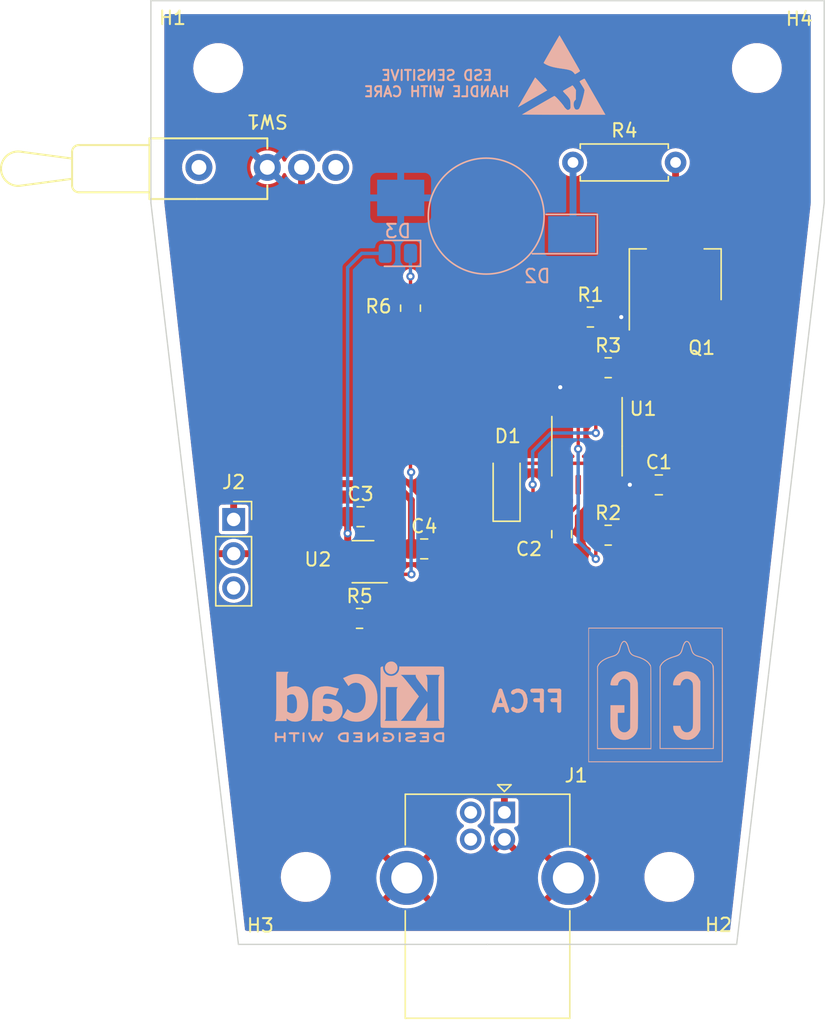
<source format=kicad_pcb>
(kicad_pcb (version 20211014) (generator pcbnew)

  (general
    (thickness 1.6)
  )

  (paper "A4")
  (layers
    (0 "F.Cu" signal)
    (31 "B.Cu" signal)
    (32 "B.Adhes" user "B.Adhesive")
    (33 "F.Adhes" user "F.Adhesive")
    (34 "B.Paste" user)
    (35 "F.Paste" user)
    (36 "B.SilkS" user "B.Silkscreen")
    (37 "F.SilkS" user "F.Silkscreen")
    (38 "B.Mask" user)
    (39 "F.Mask" user)
    (40 "Dwgs.User" user "User.Drawings")
    (41 "Cmts.User" user "User.Comments")
    (42 "Eco1.User" user "User.Eco1")
    (43 "Eco2.User" user "User.Eco2")
    (44 "Edge.Cuts" user)
    (45 "Margin" user)
    (46 "B.CrtYd" user "B.Courtyard")
    (47 "F.CrtYd" user "F.Courtyard")
    (48 "B.Fab" user)
    (49 "F.Fab" user)
    (50 "User.1" user)
    (51 "User.2" user)
    (52 "User.3" user)
    (53 "User.4" user)
    (54 "User.5" user)
    (55 "User.6" user)
    (56 "User.7" user)
    (57 "User.8" user)
    (58 "User.9" user)
  )

  (setup
    (stackup
      (layer "F.SilkS" (type "Top Silk Screen") (color "Black") (material "Direct Printing"))
      (layer "F.Paste" (type "Top Solder Paste"))
      (layer "F.Mask" (type "Top Solder Mask") (color "White") (thickness 0.01) (material "Epoxy") (epsilon_r 3.3) (loss_tangent 0))
      (layer "F.Cu" (type "copper") (thickness 0.035))
      (layer "dielectric 1" (type "core") (thickness 1.51) (material "FR4") (epsilon_r 4.5) (loss_tangent 0.02))
      (layer "B.Cu" (type "copper") (thickness 0.035))
      (layer "B.Mask" (type "Bottom Solder Mask") (color "White") (thickness 0.01) (material "Epoxy") (epsilon_r 3.3) (loss_tangent 0))
      (layer "B.Paste" (type "Bottom Solder Paste"))
      (layer "B.SilkS" (type "Bottom Silk Screen") (color "Black") (material "Direct Printing"))
      (copper_finish "None")
      (dielectric_constraints no)
    )
    (pad_to_mask_clearance 0)
    (pcbplotparams
      (layerselection 0x00010fc_ffffffff)
      (disableapertmacros false)
      (usegerberextensions false)
      (usegerberattributes true)
      (usegerberadvancedattributes true)
      (creategerberjobfile true)
      (svguseinch false)
      (svgprecision 6)
      (excludeedgelayer true)
      (plotframeref false)
      (viasonmask false)
      (mode 1)
      (useauxorigin false)
      (hpglpennumber 1)
      (hpglpenspeed 20)
      (hpglpendiameter 15.000000)
      (dxfpolygonmode true)
      (dxfimperialunits true)
      (dxfusepcbnewfont true)
      (psnegative false)
      (psa4output false)
      (plotreference true)
      (plotvalue true)
      (plotinvisibletext false)
      (sketchpadsonfab false)
      (subtractmaskfromsilk false)
      (outputformat 1)
      (mirror false)
      (drillshape 0)
      (scaleselection 1)
      (outputdirectory "gerber/")
    )
  )

  (net 0 "")
  (net 1 "+BATT")
  (net 2 "GND")
  (net 3 "THR")
  (net 4 "Net-(C3-Pad1)")
  (net 5 "Net-(C4-Pad1)")
  (net 6 "Net-(D2-Pad1)")
  (net 7 "Net-(D3-Pad1)")
  (net 8 "unconnected-(J1-Pad2)")
  (net 9 "unconnected-(J1-Pad3)")
  (net 10 "unconnected-(J2-Pad3)")
  (net 11 "Net-(Q1-Pad1)")
  (net 12 "Net-(Q1-Pad2)")
  (net 13 "Net-(R2-Pad1)")
  (net 14 "Net-(R5-Pad1)")
  (net 15 "Net-(R6-Pad2)")
  (net 16 "unconnected-(U1-Pad2)")
  (net 17 "unconnected-(U1-Pad4)")
  (net 18 "unconnected-(U1-Pad6)")
  (net 19 "unconnected-(U1-Pad8)")
  (net 20 "unconnected-(U1-Pad9)")
  (net 21 "unconnected-(U1-Pad11)")
  (net 22 "unconnected-(U1-Pad13)")
  (net 23 "Net-(D1-Pad2)")
  (net 24 "unconnected-(SW1-Pad1)")

  (footprint "Resistor_THT:R_Axial_DIN0207_L6.3mm_D2.5mm_P7.62mm_Horizontal" (layer "F.Cu") (at 31.3436 12))

  (footprint "Package_TO_SOT_SMD:SOT-223" (layer "F.Cu") (at 38.9382 20.3204 90))

  (footprint "MountingHole:MountingHole_3.2mm_M3" (layer "F.Cu") (at 11.5 65))

  (footprint "Capacitor_SMD:C_0805_2012Metric" (layer "F.Cu") (at 20.2946 40.6654))

  (footprint "Connector_PinSocket_2.54mm:PinSocket_1x03_P2.54mm_Vertical" (layer "F.Cu") (at 6.1468 38.481))

  (footprint "Resistor_SMD:R_0805_2012Metric" (layer "F.Cu") (at 19.2786 22.8092 -90))

  (footprint "Resistor_SMD:R_0805_2012Metric" (layer "F.Cu") (at 33.9598 27.2288))

  (footprint "Resistor_SMD:R_0805_2012Metric" (layer "F.Cu") (at 32.639 23.4696))

  (footprint "Capacitor_SMD:C_0805_2012Metric" (layer "F.Cu") (at 37.719 35.9156))

  (footprint "Alessio Impronte con 3D:USB_Balessio" (layer "F.Cu") (at 26.25 60.2125 -90))

  (footprint "Package_TO_SOT_SMD:SOT-23-5" (layer "F.Cu") (at 15.7484 41.6156 180))

  (footprint "Resistor_SMD:R_0805_2012Metric" (layer "F.Cu") (at 33.9598 39.6494))

  (footprint "Capacitor_SMD:C_0805_2012Metric" (layer "F.Cu") (at 15.5702 38.2778))

  (footprint "Capacitor_SMD:C_0805_2012Metric" (layer "F.Cu") (at 30.5054 39.5732 -90))

  (footprint "Resistor_SMD:R_0805_2012Metric" (layer "F.Cu") (at 15.4959 45.8216))

  (footprint "Package_SO:TSSOP-14_4.4x5mm_P0.65mm" (layer "F.Cu") (at 32.385 33.0454 -90))

  (footprint "Diode_SMD:D_MiniMELF" (layer "F.Cu") (at 26.416 36.0654 90))

  (footprint "MountingHole:MountingHole_3.2mm_M3" (layer "F.Cu") (at 5 5))

  (footprint "Alessio Impronte con 3D:TL36WW050" (layer "F.Cu") (at 8.646387 8.4625 180))

  (footprint "MountingHole:MountingHole_3.2mm_M3" (layer "F.Cu") (at 38.5 65))

  (footprint "MountingHole:MountingHole_3.2mm_M3" (layer "F.Cu") (at 45 5))

  (footprint "Symbol:ESD-Logo_6.6x6mm_SilkScreen" (layer "B.Cu") (at 30.5 5.5 180))

  (footprint "LED_SMD:LED_0805_2012Metric" (layer "B.Cu") (at 18.3388 18.7452 180))

  (footprint "Symbol:KiCad-Logo2_5mm_SilkScreen" (layer "B.Cu") (at 15.5 52 180))

  (footprint "Alessio Impronte con 3D:LOGO_GC_NIXIE" (layer "B.Cu") (at 37.5 51.5 180))

  (footprint "Alessio Impronte con 3D:LED_1W_3W_R8" (layer "B.Cu") (at 24.9 15.98 180))

  (gr_line (start 0 8.5) (end -5.5 8.5) (layer "Dwgs.User") (width 0.15) (tstamp 120c613d-4c12-4293-ae3a-6a512771985f))
  (gr_line (start 25 16) (end 25 14) (layer "Dwgs.User") (width 0.15) (tstamp 1e3c508c-caf1-4a10-bd28-1d0b6eea77c8))
  (gr_line (start -5.5 16.5) (end 0 16.5) (layer "Dwgs.User") (width 0.15) (tstamp 26fb18d1-6ffa-4a4a-b050-bfff5417256a))
  (gr_line (start -5.5 8.5) (end -5.5 16.5) (layer "Dwgs.User") (width 0.15) (tstamp 6e4fd549-4e22-4263-aa63-fbb79f10ecb8))
  (gr_line (start 25 16) (end 23 16) (layer "Dwgs.User") (width 0.15) (tstamp 8343fa38-8498-4902-a32d-1c52f3862967))
  (gr_line (start 25 16) (end 25 18) (layer "Dwgs.User") (width 0.15) (tstamp 85718cbc-a90f-4e6a-81e3-0f34c8de5e82))
  (gr_line (start 25 16) (end 27 16) (layer "Dwgs.User") (width 0.15) (tstamp a062f88f-2948-4763-b6d1-5678e6b9e205))
  (gr_line (start 24.99 70) (end 25 75.5) (layer "Dwgs.User") (width 0.15) (tstamp aad3ecca-07e1-46b3-8d4e-5b051506e807))
  (gr_line (start 0 0) (end 50 0) (layer "Edge.Cuts") (width 0.1) (tstamp 45b2cd71-50dd-4f61-80ce-9a5382fe6dd4))
  (gr_line (start 43.5 70) (end 50 15) (layer "Edge.Cuts") (width 0.1) (tstamp 4821a0f1-0757-49b5-bc91-a0ccf3e9f548))
  (gr_line (start 50 15) (end 50 0) (layer "Edge.Cuts") (width 0.1) (tstamp 6a3aff19-5e5c-466c-80b5-82ab994aaee1))
  (gr_line (start 0 0) (end 0 15) (layer "Edge.Cuts") (width 0.1) (tstamp 720ec55a-7c69-4064-b792-ef3dbba4eab9))
  (gr_line (start 25 70) (end 6.5 70) (layer "Edge.Cuts") (width 0.1) (tstamp 88effe7d-dade-4834-8c1a-104d0976182d))
  (gr_line (start 6.5 70) (end 0 15) (layer "Edge.Cuts") (width 0.1) (tstamp a4372ae3-288f-4a9a-96e7-306ddba718f6))
  (gr_line (start 25 70) (end 43.5 70) (layer "Edge.Cuts") (width 0.1) (tstamp d75bbaff-de62-4f47-b2c1-42ba1e99da40))
  (gr_text "FFCA\n" (at 28 52) (layer "B.SilkS") (tstamp 4793bb92-bc24-454d-a22f-efa2e7fd5618)
    (effects (font (size 1.5 1.5) (thickness 0.3)) (justify mirror))
  )
  (gr_text "ESD SENSITIVE\nHANDLE WITH CARE" (at 21.23 6.15) (layer "B.SilkS") (tstamp c2f74e31-91e1-41dc-bd5c-9221879f24db)
    (effects (font (size 0.75 0.75) (thickness 0.15)) (justify mirror))
  )

  (segment (start 30.435 30.1829) (end 30.435 28.71) (width 0.254) (layer "F.Cu") (net 1) (tstamp 4c98627a-b145-4b3b-b106-a56331640c51))
  (segment (start 35.5671 35.9079) (end 36.7613 35.9079) (width 0.254) (layer "F.Cu") (net 1) (tstamp 5fa04425-854d-45a8-bb33-e7ac51ccdb09))
  (segment (start 33.5515 23.4696) (end 33.5523 23.4704) (width 0.254) (layer "F.Cu") (net 1) (tstamp 757eedfb-e156-42ea-8146-2face37f9a80))
  (segment (start 36.7613 35.9079) (end 36.769 35.9156) (width 0.254) (layer "F.Cu") (net 1) (tstamp 8d2e602f-cb20-4fc6-8748-da2c292f2bb6))
  (segment (start 30.435 28.71) (end 30.4 28.675) (width 0.254) (layer "F.Cu") (net 1) (tstamp a0eb4503-1249-4981-b55f-738932115d48))
  (segment (start 34.335 35.9079) (end 35.5671 35.9079) (width 0.254) (layer "F.Cu") (net 1) (tstamp a9a75cb9-f8cf-4866-ad8c-e5c1c70caaa2))
  (segment (start 33.5523 23.4704) (end 34.9296 23.4704) (width 0.254) (layer "F.Cu") (net 1) (tstamp c15eb7d2-45e5-42e3-8253-2aaa9c2496c9))
  (via (at 34.9296 23.4704) (size 0.6096) (drill 0.3048) (layers "F.Cu" "B.Cu") (net 1) (tstamp 51e17856-b91f-4e53-a204-90c876f5324c))
  (via (at 30.4 28.675) (size 0.6096) (drill 0.3048) (layers "F.Cu" "B.Cu") (net 1) (tstamp 584975e7-548c-4969-bdb9-ce9977884598))
  (via (at 35.5671 35.9079) (size 0.6096) (drill 0.3048) (layers "F.Cu" "B.Cu") (net 1) (tstamp db537c3d-34ee-4572-8a9f-007ef5ceb211))
  (segment (start 31.735 35.9079) (end 31.735 37.3936) (width 0.254) (layer "F.Cu") (net 3) (tstamp 169a48dc-bc7c-4c0c-b381-b1e5e6bece4f))
  (segment (start 33.035 30.1829) (end 33.035 27.2411) (width 0.254) (layer "F.Cu") (net 3) (tstamp 4c210902-fb30-456d-8115-523682b37642))
  (segment (start 31.735 37.3936) (end 30.5054 38.6232) (width 0.254) (layer "F.Cu") (net 3) (tstamp 54865605-10be-4849-900a-8ca64215b870))
  (segment (start 30.5054 38.6232) (end 29.1832 38.6232) (width 0.254) (layer "F.Cu") (net 3) (tstamp 9ada0bca-9ebe-4bc4-87fa-0e080722896f))
  (segment (start 28.3754 37.8154) (end 28.3754 35.9154) (width 0.254) (layer "F.Cu") (net 3) (tstamp a38a2862-a6e6-475f-948b-21f98a424b89))
  (segment (start 33.04 30.1879) (end 33.035 30.1829) (width 0.254) (layer "F.Cu") (net 3) (tstamp a83bc339-0e58-46db-b9d7-1089d0fbf78b))
  (segment (start 28.3754 37.8154) (end 26.416 37.8154) (width 0.254) (layer "F.Cu") (net 3) (tstamp a92a335f-0651-4cf8-906e-e9c935373c75))
  (segment (start 29.1832 38.6232) (end 28.3754 37.8154) (width 0.254) (layer "F.Cu") (net 3) (tstamp bbc38e3f-4916-49fa-b8d4-80200b9a7f13))
  (segment (start 28.3754 35.9154) (end 28.35 35.89) (width 0.254) (layer "F.Cu") (net 3) (tstamp bec83025-72b7-40f0-844f-bd1ecf1905aa))
  (segment (start 33.035 27.2411) (end 33.0473 27.2288) (width 0.254) (layer "F.Cu") (net 3) (tstamp cb31fc7d-d6de-4e03-9a36-81663ac3f889))
  (segment (start 33.04 32.07) (end 33.04 30.1879) (width 0.254) (layer "F.Cu") (net 3) (tstamp dc9f28d7-2324-491d-99d3-ef80bc90155b))
  (via (at 28.35 35.89) (size 0.6096) (drill 0.3048) (layers "F.Cu" "B.Cu") (net 3) (tstamp 22ee75c3-b672-425f-852b-44ac286198e7))
  (via (at 33.04 32.07) (size 0.6096) (drill 0.3048) (layers "F.Cu" "B.Cu") (net 3) (tstamp d0b4ca7d-3164-4b5c-b03c-65f30902dadd))
  (segment (start 28.35 33.43) (end 29.71 32.07) (width 0.254) (layer "B.Cu") (net 3) (tstamp 084f85ad-9a65-44bc-b1fb-2a4576357ade))
  (segment (start 28.35 35.89) (end 28.35 33.43) (width 0.254) (layer "B.Cu") (net 3) (tstamp 3f57029f-39f2-4186-9c79-c459e869aa87))
  (segment (start 29.71 32.07) (end 33.04 32.07) (width 0.254) (layer "B.Cu") (net 3) (tstamp b1b38d5e-456f-4ead-89db-89801d2bce79))
  (segment (start 14.6109 38.2871) (end 14.6202 38.2778) (width 0.508) (layer "F.Cu") (net 4) (tstamp 00a5844b-4f91-426f-90c1-ee4c2364e650))
  (segment (start 14.6109 40.6656) (end 12.8094 40.6656) (width 0.508) (layer "F.Cu") (net 4) (tstamp 054c5ff8-f32c-427e-96a9-ade3ba7a9de8))
  (segment (start 12.75 52.425) (end 25.175 52.425) (width 0.508) (layer "F.Cu") (net 4) (tstamp 1e52a323-b85b-4d20-9a6b-325f1b8a6a61))
  (segment (start 12.1 41.375) (end 12.1 51.775) (width 0.508) (layer "F.Cu") (net 4) (tstamp 313bf24d-90dd-4460-af0c-f7cb25a2d76b))
  (segment (start 12.1 51.775) (end 12.75 52.425) (width 0.508) (layer "F.Cu") (net 4) (tstamp 3bcc01d2-cfc5-4a4c-8997-de41f1bf107a))
  (segment (start 26.25 60.2125) (end 26.25 53.5) (width 0.508) (layer "F.Cu") (net 4) (tstamp 4036c7e1-44ef-4ba7-9d7f-ec3363fce416))
  (segment (start 14.6109 39.5141) (end 14.6109 38.2871) (width 0.508) (layer "F.Cu") (net 4) (tstamp 51f7b2e0-009b-4cb3-bb4e-6932f7bdfa6f))
  (segment (start 14.6109 40.6656) (end 14.6109 39.5141) (width 0.508) (layer "F.Cu") (net 4) (tstamp 60e4dd98-210b-4c6d-a05b-6ec0e2242ab9))
  (segment (start 12.8094 40.6656) (end 12.1 41.375) (width 0.508) (layer "F.Cu") (net 4) (tstamp 8c30d1d1-2940-4e11-87c2-55aed0afb068))
  (segment (start 26.25 53.5) (end 25.175 52.425) (width 0.508) (layer "F.Cu") (net 4) (tstamp b2b87f16-4cce-4dfa-aeb4-457549dfb738))
  (via (at 14.6109 39.5141) (size 0.6096) (drill 0.3048) (layers "F.Cu" "B.Cu") (net 4) (tstamp be2edb2e-1162-4860-ad25-83ea2af4af8e))
  (segment (start 14.6109 19.7891) (end 15.6548 18.7452) (width 0.254) (layer "B.Cu") (net 4) (tstamp 0669f79f-2ab3-4c17-8caa-03c1edd9c03b))
  (segment (start 14.6109 39.5141) (end 14.6109 19.7891) (width 0.254) (layer "B.Cu") (net 4) (tstamp aa0be359-728a-400a-8200-71c33a425e6e))
  (segment (start 15.6548 18.7452) (end 17.4013 18.7452) (width 0.254) (layer "B.Cu") (net 4) (tstamp c544ffff-9c92-43ea-8185-20d1b94ff185))
  (segment (start 19.3444 40.6656) (end 19.3446 40.6654) (width 0.508) (layer "F.Cu") (net 5) (tstamp 1bf2e93f-bece-4425-ab2a-9e4613310a1c))
  (segment (start 19.3446 37.0446) (end 18.125 35.825) (width 0.508) (layer "F.Cu") (net 5) (tstamp 2baf212c-b450-4279-82f5-28e6bbd512f0))
  (segment (start 18.125 35.825) (end 7.05 35.825) (width 0.508) (layer "F.Cu") (net 5) (tstamp 56d79642-23c1-40cc-a816-8279dc15f7b5))
  (segment (start 19.3446 40.6654) (end 19.3446 37.0446) (width 0.508) (layer "F.Cu") (net 5) (tstamp 62c77ba2-6616-48fc-85b9-24e112f63152))
  (segment (start 7.05 35.825) (end 6.1468 36.7282) (width 0.508) (layer "F.Cu") (net 5) (tstamp 689891ac-5e99-4712-93a8-d6b1b3ceb928))
  (segment (start 11.186387 31.688613) (end 7.05 35.825) (width 0.508) (layer "F.Cu") (net 5) (tstamp 6b6a71cd-8d99-4e4f-9413-88bd4ae099aa))
  (segment (start 16.8859 40.6656) (end 19.3444 40.6656) (width 0.508) (layer "F.Cu") (net 5) (tstamp 852b5292-f3e9-4388-91c7-7eaf9a3cd93c))
  (segment (start 11.186387 12.3625) (end 11.186387 31.688613) (width 0.508) (layer "F.Cu") (net 5) (tstamp b4272515-f65a-4d4c-beff-0f15df418faf))
  (segment (start 6.1468 36.7282) (end 6.1468 38.481) (width 0.508) (layer "F.Cu") (net 5) (tstamp bc0afafb-e9f2-4a99-8fc4-dc6e95e8ec51))
  (segment (start 31.35 12.0064) (end 31.3436 12) (width 0.508) (layer "B.Cu") (net 6) (tstamp 1b96557f-c890-4b3f-92d3-f565039a0cc2))
  (segment (start 31.35 17.35) (end 31.35 12.0064) (width 0.508) (layer "B.Cu") (net 6) (tstamp 42952834-9a2f-4897-93a0-5f20e4f81640))
  (segment (start 19.2786 21.8967) (end 19.2786 20.4536) (width 0.254) (layer "F.Cu") (net 7) (tstamp 7cf51c5a-1ec8-4c99-919a-bae74b17c981))
  (segment (start 19.2786 20.4536) (end 19.275 20.45) (width 0.254) (layer "F.Cu") (net 7) (tstamp e2c74f18-845e-4286-9fbc-c1aa0e71e873))
  (via (at 19.275 20.45) (size 0.6096) (drill 0.3048) (layers "F.Cu" "B.Cu") (net 7) (tstamp 2440c9b4-1f8b-4e73-aad4-0527961b14d8))
  (segment (start 19.275 20.45) (end 19.275 18.7465) (width 0.254) (layer "B.Cu") (net 7) (tstamp 62109762-f24c-4a19-b86f-5e8ab6907d1a))
  (segment (start 19.275 18.7465) (end 19.2763 18.7452) (width 0.254) (layer "B.Cu") (net 7) (tstamp 79951a7e-565f-4720-b8ad-1e46ca020335))
  (segment (start 40.52 38.16) (end 40.52 30.07) (width 0.254) (layer "F.Cu") (net 11) (tstamp 44255140-a3aa-4754-9ff8-ea3dc595752b))
  (segment (start 36.6382 26.1882) (end 40.52 30.07) (width 0.254) (layer "F.Cu") (net 11) (tstamp 44547ac3-27f2-4ae3-b50a-3910a6b1d97a))
  (segment (start 39.0306 39.6494) (end 40.52 38.16) (width 0.254) (layer "F.Cu") (net 11) (tstamp 8cb58381-bc76-43ee-a4ee-d6a8375292e7))
  (segment (start 34.8723 39.6494) (end 39.0306 39.6494) (width 0.254) (layer "F.Cu") (net 11) (tstamp 9210d884-8636-46be-898f-c4086f65d05f))
  (segment (start 36.6382 23.4704) (end 36.6382 26.1882) (width 0.254) (layer "F.Cu") (net 11) (tstamp b398e6fb-5288-4b90-b862-e23d73075650))
  (segment (start 38.9636 12) (end 38.9636 17.145) (width 0.508) (layer "F.Cu") (net 12) (tstamp 348a9535-1072-44cc-bca3-1d807892d896))
  (segment (start 38.9636 17.145) (end 38.9382 17.1704) (width 0.508) (layer "F.Cu") (net 12) (tstamp 4ba609ff-d770-4b6b-b414-ad840600bb82))
  (segment (start 38.9382 17.1704) (end 38.9382 23.4704) (width 0.508) (layer "F.Cu") (net 12) (tstamp fec5ab25-0484-416a-b784-126820ef3778))
  (segment (start 33.04 41.41) (end 33.04 39.6567) (width 0.254) (layer "F.Cu") (net 13) (tstamp 384b7d45-d2d0-44ab-9fb9-0be0ff865f91))
  (segment (start 33.04 39.6567) (end 33.0473 39.6494) (width 0.254) (layer "F.Cu") (net 13) (tstamp 45c01855-8245-4f1d-a4db-84117c4a5958))
  (segment (start 31.735 33.245) (end 31.73 33.25) (width 0.25) (layer "F.Cu") (net 13) (tstamp 77e2621f-ab39-477b-afc4-2b97c5016600))
  (segment (start 31.735 30.1829) (end 31.735 33.245) (width 0.25) (layer "F.Cu") (net 13) (tstamp c8630b69-35ed-4d35-b51a-69c8cb088c15))
  (segment (start 31.7265 30.1744) (end 31.735 30.1829) (width 0.254) (layer "F.Cu") (net 13) (tstamp fcbfd7fa-9ea1-4baa-95f5-49e2e121c10e))
  (via (at 31.73 33.25) (size 0.6096) (drill 0.3048) (layers "F.Cu" "B.Cu") (net 13) (tstamp 60d489ae-7ef0-4d9e-bb00-be286289e987))
  (via (at 33.04 41.41) (size 0.6096) (drill 0.3048) (layers "F.Cu" "B.Cu") (net 13) (tstamp d9f6d5fd-f21c-48de-86a5-f38787d09b64))
  (segment (start 31.73 33.25) (end 31.73 40.1) (width 0.254) (layer "B.Cu") (net 13) (tstamp 225fb888-9c8b-4cf2-86fa-e195cc0743c7))
  (segment (start 31.73 40.1) (end 33.04 41.41) (width 0.254) (layer "B.Cu") (net 13) (tstamp ea0d9ebe-ea7d-4783-afcb-fe00c84808c9))
  (segment (start 14.6109 42.5656) (end 14.6109 45.7941) (width 0.254) (layer "F.Cu") (net 14) (tstamp ba2b22af-2fce-4c42-a5e0-155be35481c6))
  (segment (start 14.6109 45.7941) (end 14.5834 45.8216) (width 0.254) (layer "F.Cu") (net 14) (tstamp bf44abf0-19ae-4882-9741-a4989d7c92d8))
  (segment (start 16.9015 42.55) (end 16.8859 42.5656) (width 0.254) (layer "F.Cu") (net 15) (tstamp 5da7a902-d927-40c1-9954-66cf61c41ebf))
  (segment (start 19.2786 34.9286) (end 19.325 34.975) (width 0.254) (layer "F.Cu") (net 15) (tstamp 80f563f6-aac9-4964-bbe7-4eac028cf7a7))
  (segment (start 19.35 42.55) (end 16.9015 42.55) (width 0.254) (layer "F.Cu") (net 15) (tstamp dcb8038b-6b0f-4416-991c-1b43a9bb021c))
  (segment (start 19.2786 23.7217) (end 19.2786 34.9286) (width 0.254) (layer "F.Cu") (net 15) (tstamp f4eb168c-0a28-467a-bd50-319f33bbbdee))
  (via (at 19.325 34.975) (size 0.6096) (drill 0.3048) (layers "F.Cu" "B.Cu") (net 15) (tstamp 438422b0-34d8-45b3-a152-26bfdd9f6c08))
  (via (at 19.35 42.55) (size 0.6096) (drill 0.3048) (layers "F.Cu" "B.Cu") (net 15) (tstamp b30109b9-0eb7-4eb8-956b-4dd6aa135c85))
  (segment (start 19.325 34.975) (end 19.325 42.525) (width 0.254) (layer "B.Cu") (net 15) (tstamp 238dd378-d83e-49d0-a952-30f723c28360))
  (segment (start 19.325 42.525) (end 19.35 42.55) (width 0.254) (layer "B.Cu") (net 15) (tstamp dbe64490-8e76-4c0a-bb16-0ae90202e24e))
  (segment (start 31.7265 23.4696) (end 31.7265 24.4865) (width 0.254) (layer "F.Cu") (net 23) (tstamp 2bfaa22e-bd1b-4321-bbbf-397c91cb9227))
  (segment (start 36.29 27.64) (end 36.29 33.3) (width 0.254) (layer "F.Cu") (net 23) (tstamp 2d7ed9ee-4dd9-4754-93d1-314c35e1d9e2))
  (segment (start 35.8788 27.2288) (end 36.29 27.64) (width 0.254) (layer "F.Cu") (net 23) (tstamp 38f68966-7a82-47d2-816b-438a23a56ab7))
  (segment (start 33.035 34.765) (end 32.5854 34.3154) (width 0.25) (layer "F.Cu") (net 23) (tstamp 56c115dd-1547-4061-b368-e1e2237b5eb5))
  (segment (start 31.7265 24.4865) (end 32.55 25.31) (width 0.254) (layer "F.Cu") (net 23) (tstamp 7b6683ab-2449-4e07-ad92-67368f0a49dc))
  (segment (start 33.0473 35.9202) (end 33.035 35.9079) (width 0.254) (layer "F.Cu") (net 23) (tstamp 83a224f4-df5d-408b-a5c2-58b8777c087c))
  (segment (start 35.2746 34.3154) (end 32.5854 34.3154) (width 0.254) (layer "F.Cu") (net 23) (tstamp 8a083341-5c4c-4ff2-a1d7-ee2351f2c1e8))
  (segment (start 34.8723 27.2288) (end 35.8788 27.2288) (width 0.254) (layer "F.Cu") (net 23) (tstamp 97d8ac9f-fdaa-4304-b2dc-5bdbc4bf72cf))
  (segment (start 26.416 34.3154) (end 32.4554 34.3154) (width 0.254) (layer "F.Cu") (net 23) (tstamp b2cd5d1f-ca21-48bf-babb-dc1a8f95ae47))
  (segment (start 34.8723 25.8923) (end 34.29 25.31) (width 0.254) (layer "F.Cu") (net 23) (tstamp b79f1b74-6535-42de-87b2-557cea55f024))
  (segment (start 34.29 25.31) (end 32.55 25.31) (width 0.254) (layer "F.Cu") (net 23) (tstamp c3a88fd0-1dfc-45fb-8f26-69ea07767793))
  (segment (start 32.5854 34.3154) (end 32.4554 34.3154) (width 0.254) (layer "F.Cu") (net 23) (tstamp d4a84172-1f92-4cbb-b64f-86f2b666b9cc))
  (segment (start 34.8723 27.2288) (end 34.8723 25.8923) (width 0.254) (layer "F.Cu") (net 23) (tstamp dc3f8d80-c3ea-49dc-8b46-3c4c833f5218))
  (segment (start 36.29 33.3) (end 35.2746 34.3154) (width 0.254) (layer "F.Cu") (net 23) (tstamp e47a4644-2ae1-4ead-b07f-c9d4f37cbb8f))
  (segment (start 33.035 35.9079) (end 33.035 34.765) (width 0.25) (layer "F.Cu") (net 23) (tstamp fccbf70b-185d-468b-a3c0-0aa6e5285dcf))

  (zone (net 2) (net_name "GND") (layer "F.Cu") (tstamp e50965bb-ebb6-4b1a-9dbc-1eee6e18bc57) (hatch edge 0.508)
    (connect_pads (clearance 0.254))
    (min_thickness 0.254) (filled_areas_thickness no)
    (fill yes (thermal_gap 0.508) (thermal_bridge_width 0.508))
    (polygon
      (pts
        (xy 49 15)
        (xy 43 69)
        (xy 7 69)
        (xy 1 15)
        (xy 1 1)
        (xy 49 1)
      )
    )
    (filled_polygon
      (layer "F.Cu")
      (pts
        (xy 48.942121 1.020002)
        (xy 48.988614 1.073658)
        (xy 49 1.126)
        (xy 49 14.993025)
        (xy 48.999229 15.006939)
        (xy 43.012454 68.887914)
        (xy 42.985052 68.95341)
        (xy 42.92659 68.993693)
        (xy 42.887225 69)
        (xy 7.112775 69)
        (xy 7.044654 68.979998)
        (xy 6.998161 68.926342)
        (xy 6.987546 68.887914)
        (xy 6.779832 67.018487)
        (xy 17.418721 67.018487)
        (xy 17.427548 67.030105)
        (xy 17.650281 67.19193)
        (xy 17.656961 67.19617)
        (xy 17.926572 67.34439)
        (xy 17.933707 67.347747)
        (xy 18.21977 67.461008)
        (xy 18.227296 67.463453)
        (xy 18.525279 67.539962)
        (xy 18.53305 67.541445)
        (xy 18.838278 67.580003)
        (xy 18.846169 67.5805)
        (xy 19.153831 67.5805)
        (xy 19.161722 67.580003)
        (xy 19.46695 67.541445)
        (xy 19.474721 67.539962)
        (xy 19.772704 67.463453)
        (xy 19.78023 67.461008)
        (xy 20.066293 67.347747)
        (xy 20.073428 67.34439)
        (xy 20.343039 67.19617)
        (xy 20.349719 67.19193)
        (xy 20.572823 67.029836)
        (xy 20.581246 67.018913)
        (xy 20.581017 67.018487)
        (xy 29.418721 67.018487)
        (xy 29.427548 67.030105)
        (xy 29.650281 67.19193)
        (xy 29.656961 67.19617)
        (xy 29.926572 67.34439)
        (xy 29.933707 67.347747)
        (xy 30.21977 67.461008)
        (xy 30.227296 67.463453)
        (xy 30.525279 67.539962)
        (xy 30.53305 67.541445)
        (xy 30.838278 67.580003)
        (xy 30.846169 67.5805)
        (xy 31.153831 67.5805)
        (xy 31.161722 67.580003)
        (xy 31.46695 67.541445)
        (xy 31.474721 67.539962)
        (xy 31.772704 67.463453)
        (xy 31.78023 67.461008)
        (xy 32.066293 67.347747)
        (xy 32.073428 67.34439)
        (xy 32.343039 67.19617)
        (xy 32.349719 67.19193)
        (xy 32.572823 67.029836)
        (xy 32.581246 67.018913)
        (xy 32.574342 67.006052)
        (xy 31.012812 65.444522)
        (xy 30.998868 65.436908)
        (xy 30.997035 65.437039)
        (xy 30.99042 65.44129)
        (xy 29.425334 67.006376)
        (xy 29.418721 67.018487)
        (xy 20.581017 67.018487)
        (xy 20.574342 67.006052)
        (xy 19.012812 65.444522)
        (xy 18.998868 65.436908)
        (xy 18.997035 65.437039)
        (xy 18.99042 65.44129)
        (xy 17.425334 67.006376)
        (xy 17.418721 67.018487)
        (xy 6.779832 67.018487)
        (xy 6.560243 65.042186)
        (xy 9.641018 65.042186)
        (xy 9.666579 65.3101)
        (xy 9.667664 65.314534)
        (xy 9.667665 65.31454)
        (xy 9.709665 65.48618)
        (xy 9.730547 65.571518)
        (xy 9.831583 65.820963)
        (xy 9.967569 66.05321)
        (xy 10.135658 66.263395)
        (xy 10.332327 66.447113)
        (xy 10.553457 66.600516)
        (xy 10.794416 66.720391)
        (xy 10.79875 66.721812)
        (xy 10.798753 66.721813)
        (xy 11.045823 66.802807)
        (xy 11.045829 66.802808)
        (xy 11.050156 66.804227)
        (xy 11.054647 66.805007)
        (xy 11.054648 66.805007)
        (xy 11.311538 66.849611)
        (xy 11.311546 66.849612)
        (xy 11.315319 66.850267)
        (xy 11.319156 66.850458)
        (xy 11.398777 66.854422)
        (xy 11.398785 66.854422)
        (xy 11.400348 66.8545)
        (xy 11.568374 66.8545)
        (xy 11.570642 66.854335)
        (xy 11.570654 66.854335)
        (xy 11.701457 66.844844)
        (xy 11.768425 66.839985)
        (xy 11.77288 66.839001)
        (xy 11.772883 66.839001)
        (xy 12.02677 66.782947)
        (xy 12.026772 66.782946)
        (xy 12.031226 66.781963)
        (xy 12.2829 66.686613)
        (xy 12.35874 66.644488)
        (xy 12.514179 66.558149)
        (xy 12.51418 66.558148)
        (xy 12.518172 66.555931)
        (xy 12.664842 66.443996)
        (xy 12.728491 66.395421)
        (xy 12.728495 66.395417)
        (xy 12.732116 66.392654)
        (xy 12.920249 66.200203)
        (xy 13.027242 66.05321)
        (xy 13.075942 65.986304)
        (xy 13.075947 65.986297)
        (xy 13.07863 65.98261)
        (xy 13.203941 65.744433)
        (xy 13.293557 65.490662)
        (xy 13.318688 65.363156)
        (xy 13.34472 65.231083)
        (xy 13.344721 65.231077)
        (xy 13.345601 65.226611)
        (xy 13.353076 65.076458)
        (xy 16.48729 65.076458)
        (xy 16.506607 65.383494)
        (xy 16.5076 65.391355)
        (xy 16.565246 65.693546)
        (xy 16.567217 65.701223)
        (xy 16.662284 65.993809)
        (xy 16.665199 66.001172)
        (xy 16.796189 66.279541)
        (xy 16.800001 66.286474)
        (xy 16.964851 66.546236)
        (xy 16.969495 66.552629)
        (xy 17.044497 66.64329)
        (xy 17.057014 66.651745)
        (xy 17.067752 66.645538)
        (xy 18.627978 65.085312)
        (xy 18.634356 65.073632)
        (xy 19.364408 65.073632)
        (xy 19.364539 65.075465)
        (xy 19.36879 65.08208)
        (xy 20.931145 66.644435)
        (xy 20.944407 66.651677)
        (xy 20.954512 66.644488)
        (xy 21.030505 66.552629)
        (xy 21.035149 66.546236)
        (xy 21.199999 66.286474)
        (xy 21.203811 66.279541)
        (xy 21.334801 66.001172)
        (xy 21.337716 65.993809)
        (xy 21.432783 65.701223)
        (xy 21.434754 65.693546)
        (xy 21.4924 65.391355)
        (xy 21.493393 65.383494)
        (xy 21.51271 65.076458)
        (xy 28.48729 65.076458)
        (xy 28.506607 65.383494)
        (xy 28.5076 65.391355)
        (xy 28.565246 65.693546)
        (xy 28.567217 65.701223)
        (xy 28.662284 65.993809)
        (xy 28.665199 66.001172)
        (xy 28.796189 66.279541)
        (xy 28.800001 66.286474)
        (xy 28.964851 66.546236)
        (xy 28.969495 66.552629)
        (xy 29.044497 66.64329)
        (xy 29.057014 66.651745)
        (xy 29.067752 66.645538)
        (xy 30.627978 65.085312)
        (xy 30.634356 65.073632)
        (xy 31.364408 65.073632)
        (xy 31.364539 65.075465)
        (xy 31.36879 65.08208)
        (xy 32.931145 66.644435)
        (xy 32.944407 66.651677)
        (xy 32.954512 66.644488)
        (xy 33.030505 66.552629)
        (xy 33.035149 66.546236)
        (xy 33.199999 66.286474)
        (xy 33.203811 66.279541)
        (xy 33.334801 66.001172)
        (xy 33.337716 65.993809)
        (xy 33.432783 65.701223)
        (xy 33.434754 65.693546)
        (xy 33.4924 65.391355)
        (xy 33.493393 65.383494)
        (xy 33.51271 65.076458)
        (xy 33.51271 65.068542)
        (xy 33.511052 65.042186)
        (xy 36.641018 65.042186)
        (xy 36.666579 65.3101)
        (xy 36.667664 65.314534)
        (xy 36.667665 65.31454)
        (xy 36.709665 65.48618)
        (xy 36.730547 65.571518)
        (xy 36.831583 65.820963)
        (xy 36.967569 66.05321)
        (xy 37.135658 66.263395)
        (xy 37.332327 66.447113)
        (xy 37.553457 66.600516)
        (xy 37.794416 66.720391)
        (xy 37.79875 66.721812)
        (xy 37.798753 66.721813)
        (xy 38.045823 66.802807)
        (xy 38.045829 66.802808)
        (xy 38.050156 66.804227)
        (xy 38.054647 66.805007)
        (xy 38.054648 66.805007)
        (xy 38.311538 66.849611)
        (xy 38.311546 66.849612)
        (xy 38.315319 66.850267)
        (xy 38.319156 66.850458)
        (xy 38.398777 66.854422)
        (xy 38.398785 66.854422)
        (xy 38.400348 66.8545)
        (xy 38.568374 66.8545)
        (xy 38.570642 66.854335)
        (xy 38.570654 66.854335)
        (xy 38.701457 66.844844)
        (xy 38.768425 66.839985)
        (xy 38.77288 66.839001)
        (xy 38.772883 66.839001)
        (xy 39.02677 66.782947)
        (xy 39.026772 66.782946)
        (xy 39.031226 66.781963)
        (xy 39.2829 66.686613)
        (xy 39.35874 66.644488)
        (xy 39.514179 66.558149)
        (xy 39.51418 66.558148)
        (xy 39.518172 66.555931)
        (xy 39.664842 66.443996)
        (xy 39.728491 66.395421)
        (xy 39.728495 66.395417)
        (xy 39.732116 66.392654)
        (xy 39.920249 66.200203)
        (xy 40.027242 66.05321)
        (xy 40.075942 65.986304)
        (xy 40.075947 65.986297)
        (xy 40.07863 65.98261)
        (xy 40.203941 65.744433)
        (xy 40.293557 65.490662)
        (xy 40.318688 65.363156)
        (xy 40.34472 65.231083)
        (xy 40.344721 65.231077)
        (xy 40.345601 65.226611)
        (xy 40.353076 65.076458)
        (xy 40.358755 64.962383)
        (xy 40.358755 64.962377)
        (xy 40.358982 64.957814)
        (xy 40.333421 64.6899)
        (xy 40.269453 64.428482)
        (xy 40.168417 64.179037)
        (xy 40.032431 63.94679)
        (xy 39.864342 63.736605)
        (xy 39.667673 63.552887)
        (xy 39.446543 63.399484)
        (xy 39.205584 63.279609)
        (xy 39.20125 63.278188)
        (xy 39.201247 63.278187)
        (xy 38.954177 63.197193)
        (xy 38.954171 63.197192)
        (xy 38.949844 63.195773)
        (xy 38.89001 63.185384)
        (xy 38.688462 63.150389)
        (xy 38.688454 63.150388)
        (xy 38.684681 63.149733)
        (xy 38.674718 63.149237)
        (xy 38.601223 63.145578)
        (xy 38.601215 63.145578)
        (xy 38.599652 63.1455)
        (xy 38.431626 63.1455)
        (xy 38.429358 63.145665)
        (xy 38.429346 63.145665)
        (xy 38.298543 63.155156)
        (xy 38.231575 63.160015)
        (xy 38.22712 63.160999)
        (xy 38.227117 63.160999)
        (xy 37.97323 63.217053)
        (xy 37.973228 63.217054)
        (xy 37.968774 63.218037)
        (xy 37.7171 63.313387)
        (xy 37.713114 63.315601)
        (xy 37.713112 63.315602)
        (xy 37.647738 63.351914)
        (xy 37.481828 63.444069)
        (xy 37.478196 63.446841)
        (xy 37.271509 63.604579)
        (xy 37.271505 63.604583)
        (xy 37.267884 63.607346)
        (xy 37.079751 63.799797)
        (xy 37.077066 63.803486)
        (xy 36.924058 64.013696)
        (xy 36.924053 64.013703)
        (xy 36.92137 64.01739)
        (xy 36.796059 64.255567)
        (xy 36.706443 64.509338)
        (xy 36.70556 64.51382)
        (xy 36.658291 64.753645)
        (xy 36.654399 64.773389)
        (xy 36.654172 64.777942)
        (xy 36.654172 64.777945)
        (xy 36.644991 64.962383)
        (xy 36.641018 65.042186)
        (xy 33.511052 65.042186)
        (xy 33.493393 64.761506)
        (xy 33.4924 64.753645)
        (xy 33.434754 64.451454)
        (xy 33.432783 64.443777)
        (xy 33.337716 64.151191)
        (xy 33.334801 64.143828)
        (xy 33.203811 63.865459)
        (xy 33.199999 63.858526)
        (xy 33.035149 63.598764)
        (xy 33.030505 63.592371)
        (xy 32.955503 63.50171)
        (xy 32.942986 63.493255)
        (xy 32.932248 63.499462)
        (xy 31.372022 65.059688)
        (xy 31.364408 65.073632)
        (xy 30.634356 65.073632)
        (xy 30.635592 65.071368)
        (xy 30.635461 65.069535)
        (xy 30.63121 65.06292)
        (xy 29.068855 63.500565)
        (xy 29.055593 63.493323)
        (xy 29.045488 63.500512)
        (xy 28.969495 63.592371)
        (xy 28.964851 63.598764)
        (xy 28.800001 63.858526)
        (xy 28.796189 63.865459)
        (xy 28.665199 64.143828)
        (xy 28.662284 64.151191)
        (xy 28.567217 64.443777)
        (xy 28.565246 64.451454)
        (xy 28.5076 64.753645)
        (xy 28.506607 64.761506)
        (xy 28.48729 65.068542)
        (xy 28.48729 65.076458)
        (xy 21.51271 65.076458)
        (xy 21.51271 65.068542)
        (xy 21.493393 64.761506)
        (xy 21.4924 64.753645)
        (xy 21.434754 64.451454)
        (xy 21.432783 64.443777)
        (xy 21.337716 64.151191)
        (xy 21.334801 64.143828)
        (xy 21.203811 63.865459)
        (xy 21.199999 63.858526)
        (xy 21.035149 63.598764)
        (xy 21.030505 63.592371)
        (xy 20.955503 63.50171)
        (xy 20.942986 63.493255)
        (xy 20.932248 63.499462)
        (xy 19.372022 65.059688)
        (xy 19.364408 65.073632)
        (xy 18.634356 65.073632)
        (xy 18.635592 65.071368)
        (xy 18.635461 65.069535)
        (xy 18.63121 65.06292)
        (xy 17.068855 63.500565)
        (xy 17.055593 63.493323)
        (xy 17.045488 63.500512)
        (xy 16.969495 63.592371)
        (xy 16.964851 63.598764)
        (xy 16.800001 63.858526)
        (xy 16.796189 63.865459)
        (xy 16.665199 64.143828)
        (xy 16.662284 64.151191)
        (xy 16.567217 64.443777)
        (xy 16.565246 64.451454)
        (xy 16.5076 64.753645)
        (xy 16.506607 64.761506)
        (xy 16.48729 65.068542)
        (xy 16.48729 65.076458)
        (xy 13.353076 65.076458)
        (xy 13.358755 64.962383)
        (xy 13.358755 64.962377)
        (xy 13.358982 64.957814)
        (xy 13.333421 64.6899)
        (xy 13.269453 64.428482)
        (xy 13.168417 64.179037)
        (xy 13.032431 63.94679)
        (xy 12.864342 63.736605)
        (xy 12.667673 63.552887)
        (xy 12.446543 63.399484)
        (xy 12.205584 63.279609)
        (xy 12.20125 63.278188)
        (xy 12.201247 63.278187)
        (xy 11.954177 63.197193)
        (xy 11.954171 63.197192)
        (xy 11.949844 63.195773)
        (xy 11.89001 63.185384)
        (xy 11.688462 63.150389)
        (xy 11.688454 63.150388)
        (xy 11.684681 63.149733)
        (xy 11.674718 63.149237)
        (xy 11.601223 63.145578)
        (xy 11.601215 63.145578)
        (xy 11.599652 63.1455)
        (xy 11.431626 63.1455)
        (xy 11.429358 63.145665)
        (xy 11.429346 63.145665)
        (xy 11.298543 63.155156)
        (xy 11.231575 63.160015)
        (xy 11.22712 63.160999)
        (xy 11.227117 6
... [248249 chars truncated]
</source>
